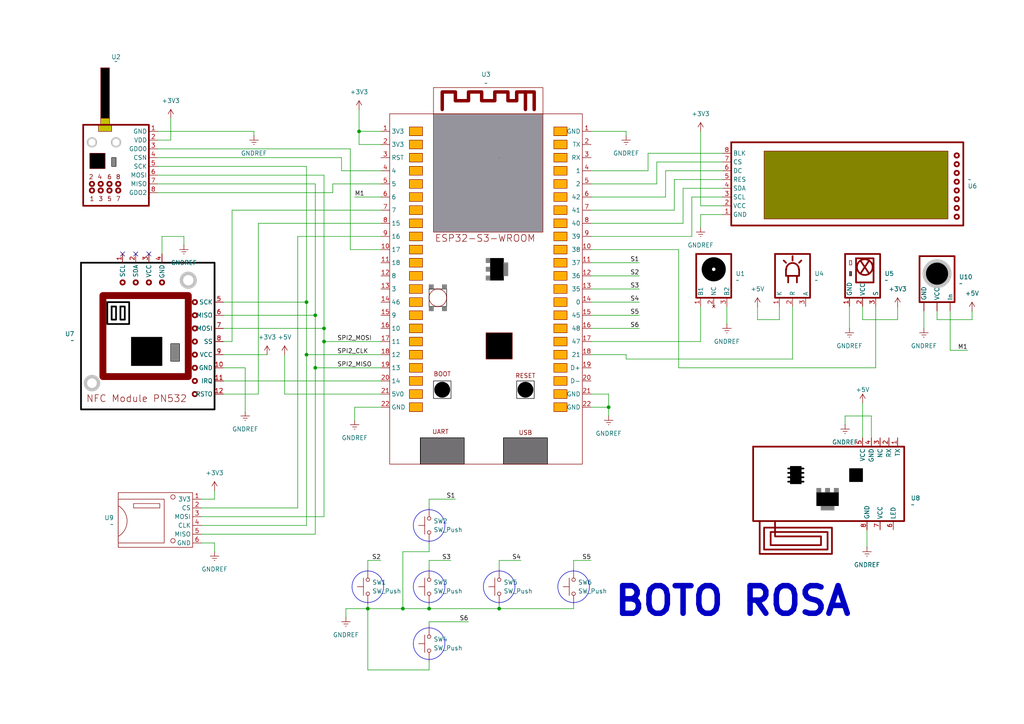
<source format=kicad_sch>
(kicad_sch (version 20231120) (generator "eeschema") (generator_version "8.0")
  (paper "A4")
  (lib_symbols
    (symbol "Switch:SW_Push" (pin_numbers hide) (pin_names (offset 1.016) hide)
      (property "Reference" "SW" (at 1.27 2.54 0))
      (property "Value" "SW_Push" (at 0 -1.524 0))
      (symbol "SW_Push_0_1"
        (circle (center -2.032 0) (radius 0.508))
        (polyline (pts (xy 0 1.27) (xy 0 3.048)))
        (polyline (pts (xy 2.54 1.27) (xy -2.54 1.27)))
        (circle (center 2.032 0) (radius 0.508))
        (pin passive line (at -5.08 0 0) (length 2.54) (name "1") (number "1"))
        (pin passive line (at 5.08 0 180) (length 2.54) (name "2") (number "2"))
      )
    )
    (symbol "boto-rosa_Library:CC1101-module"
      (property "Reference" "U" (at 0 0 0))
      (symbol "CC1101-module_1_0"
        (rectangle (start 1.905 -10.16) (end 6.35 -14.605) (fill (type color) (color 0 0 0 1)))
      )
      (symbol "CC1101-module_1_1"
        (rectangle (start 0 -1.905) (end 19.05 -25.4) (stroke (width 0.5)))
        (circle (center 2.54 -20.955) (radius 0.635) (stroke (width 0.5)))
        (circle (center 2.54 -19.05) (radius 0.635) (stroke (width 0.5)))
        (circle (center 2.54 -6.985) (radius 1.27) (stroke (width 0.5) (color 194 194 194 1)) (fill (type color) (color 255 255 255 1)))
        (rectangle (start 4.445 -1.905) (end 8.255 -3.81) (fill (type color) (color 194 194 0 1)))
        (circle (center 5.08 -20.955) (radius 0.635) (stroke (width 0.5)))
        (circle (center 5.08 -19.05) (radius 0.635) (stroke (width 0.5)))
        (rectangle (start 5.08 0) (end 7.62 -1.905) (fill (type color) (color 194 194 0 1)))
        (rectangle (start 5.08 14.605) (end 7.62 0) (fill (type color) (color 0 0 0 1)))
        (circle (center 7.62 -20.955) (radius 0.635) (stroke (width 0.5)))
        (circle (center 7.62 -19.05) (radius 0.635) (stroke (width 0.5)))
        (rectangle (start 8.255 -11.43) (end 9.525 -13.97) (stroke (width 0) (color 0 0 0 1)) (fill (type color) (color 132 132 132 1)))
        (circle (center 9.525 -6.985) (radius 1.27) (stroke (width 0.5) (color 194 194 194 1)) (fill (type color) (color 255 255 255 1)))
        (circle (center 10.16 -20.955) (radius 0.635) (stroke (width 0.5)))
        (circle (center 10.16 -19.05) (radius 0.635) (stroke (width 0.5)))
        (text "1" (at 2.54 -23.368 0) (effects (font (size 1.27 1.27))))
        (text "2" (at 2.286 -17.018 0) (effects (font (size 1.27 1.27))))
        (text "3" (at 5.08 -23.368 0) (effects (font (size 1.27 1.27))))
        (text "4" (at 4.826 -17.018 0) (effects (font (size 1.27 1.27))))
        (text "5" (at 7.62 -23.368 0) (effects (font (size 1.27 1.27))))
        (text "6" (at 7.62 -17.018 0) (effects (font (size 1.27 1.27))))
        (text "7" (at 10.16 -23.368 0) (effects (font (size 1.27 1.27))))
        (text "8" (at 10.16 -17.018 0) (effects (font (size 1.27 1.27))))
        (pin power_in line (at 21.59 -3.81 180) (length 2.54) (name "GND") (number "1"))
        (pin power_in line (at 21.59 -6.35 180) (length 2.54) (name "VDD") (number "2"))
        (pin output line (at 21.59 -8.89 180) (length 2.54) (name "GDO0") (number "3"))
        (pin input line (at 21.59 -11.43 180) (length 2.54) (name "CSN") (number "4"))
        (pin input line (at 21.59 -13.97 180) (length 2.54) (name "SCK") (number "5"))
        (pin input line (at 21.59 -16.51 180) (length 2.54) (name "MOSI") (number "6"))
        (pin output line (at 21.59 -19.05 180) (length 2.54) (name "MISO") (number "7"))
        (pin output line (at 21.59 -21.59 180) (length 2.54) (name "GDO2") (number "8"))
      )
    )
    (symbol "boto-rosa_Library:ESP32-S3-DevKitC"
      (property "Reference" "U" (at 0.762 1.524 0))
      (symbol "ESP32-S3-DevKitC_0_1"
        (rectangle (start 12.7 -1.27) (end 44.45 -8.89))
        (rectangle (start 31.75 -21.59) (end 31.75 -21.59))
      )
      (symbol "ESP32-S3-DevKitC_1_0"
        (rectangle (start 8.89 -102.87) (end 21.59 -110.49) (stroke (width 0.2) (color 0 0 0 1)) (fill (type color) (color 114 112 115 1)))
        (rectangle (start 11.43 -64.77) (end 12.7 -66.04) (stroke (width 0) (color 128 128 128 1)) (fill (type color) (color 128 128 128 1)))
        (rectangle (start 11.43 -59.69) (end 16.51 -64.77) (stroke (width 0) (color 0 0 0 1)))
        (rectangle (start 11.43 -58.42) (end 12.7 -59.69) (stroke (width 0) (color 128 128 128 1)) (fill (type color) (color 128 128 128 1)))
        (circle (center 13.97 -62.23) (radius 2.54))
        (rectangle (start 15.24 -64.77) (end 16.51 -66.04) (stroke (width 0) (color 128 128 128 1)) (fill (type color) (color 128 128 128 1)))
        (rectangle (start 15.24 -58.42) (end 16.51 -59.69) (stroke (width 0) (color 128 128 128 1)) (fill (type color) (color 128 128 128 1)))
        (rectangle (start 27.94 -72.39) (end 35.56 -80.01) (fill (type color) (color 0 0 0 1)))
        (rectangle (start 27.94 -55.88) (end 29.21 -57.15) (stroke (width 0) (color 128 128 128 1)) (fill (type color) (color 128 128 128 1)))
        (rectangle (start 27.94 -53.34) (end 29.21 -54.61) (stroke (width 0) (color 128 128 128 1)) (fill (type color) (color 128 128 128 1)))
        (rectangle (start 27.94 -50.8) (end 29.21 -52.07) (stroke (width 0) (color 128 128 128 1)) (fill (type color) (color 128 128 128 1)))
        (rectangle (start 29.21 -50.8) (end 33.02 -57.15) (stroke (width 0) (color 0 0 0 1)) (fill (type color) (color 0 0 0 1)))
        (rectangle (start 33.02 -102.87) (end 45.72 -110.49) (stroke (width 0.2) (color 0 0 0 1)) (fill (type color) (color 114 112 115 1)))
        (rectangle (start 33.02 -52.07) (end 34.29 -55.88) (stroke (width 0) (color 128 128 128 1)) (fill (type color) (color 128 128 128 1)))
        (text "BOOT" (at 15.24 -84.328 0) (effects (font (size 1.27 1.27))))
        (text "RESET" (at 39.37 -84.836 0) (effects (font (size 1.27 1.27))))
        (text "UART" (at 14.732 -101.092 0) (effects (font (size 1.27 1.27))))
        (text "USB" (at 39.37 -101.346 0) (effects (font (size 1.27 1.27))))
      )
      (symbol "ESP32-S3-DevKitC_1_1"
        (rectangle (start 0 -8.89) (end 55.88 -110.49))
        (polyline (pts (xy 41.91 -7.62) (xy 41.91 -2.54) (xy 39.37 -2.54) (xy 39.37 -7.62)) (stroke (width 1)))
        (polyline (pts (xy 39.37 -2.54) (xy 36.83 -2.54) (xy 36.83 -5.08) (xy 34.29 -5.08) (xy 34.29 -2.54) (xy 30.48 -2.54) (xy 30.48 -5.08) (xy 26.67 -5.08) (xy 26.67 -2.54) (xy 22.86 -2.54) (xy 22.86 -5.08) (xy 19.05 -5.08) (xy 19.05 -2.54) (xy 15.24 -2.54) (xy 15.24 -7.62)) (stroke (width 1)))
        (rectangle (start 5.715 -92.71) (end 9.525 -95.25) (fill (type color) (color 255 175 5 1)))
        (rectangle (start 5.715 -88.9) (end 9.525 -91.44) (fill (type color) (color 255 175 5 1)))
        (rectangle (start 5.715 -85.09) (end 9.525 -87.63) (fill (type color) (color 255 175 5 1)))
        (rectangle (start 5.715 -81.28) (end 9.525 -83.82) (fill (type color) (color 255 175 5 1)))
        (rectangle (start 5.715 -77.47) (end 9.525 -80.01) (fill (type color) (color 255 175 5 1)))
        (rectangle (start 5.715 -73.66) (end 9.525 -76.2) (fill (type color) (color 255 175 5 1)))
        (rectangle (start 5.715 -69.85) (end 9.525 -72.39) (fill (type color) (color 255 175 5 1)))
        (rectangle (start 5.715 -66.04) (end 9.525 -68.58) (fill (type color) (color 255 175 5 1)))
        (rectangle (start 5.715 -62.23) (end 9.525 -64.77) (fill (type color) (color 255 175 5 1)))
        (rectangle (start 5.715 -58.42) (end 9.525 -60.96) (fill (type color) (color 255 175 5 1)))
        (rectangle (start 5.715 -54.61) (end 9.525 -57.15) (fill (type color) (color 255 175 5 1)))
        (rectangle (start 5.715 -50.8) (end 9.525 -53.34) (fill (type color) (color 255 175 5 1)))
        (rectangle (start 5.715 -46.99) (end 9.525 -49.53) (fill (type color) (color 255 175 5 1)))
        (rectangle (start 5.715 -43.18) (end 9.525 -45.72) (fill (type color) (color 255 175 5 1)))
        (rectangle (start 5.715 -39.37) (end 9.525 -41.91) (fill (type color) (color 255 175 5 1)))
        (rectangle (start 5.715 -35.56) (end 9.525 -38.1) (fill (type color) (color 255 175 5 1)))
        (rectangle (start 5.715 -31.75) (end 9.525 -34.29) (fill (type color) (color 255 175 5 1)))
        (rectangle (start 5.715 -27.94) (end 9.525 -30.48) (fill (type color) (color 255 175 5 1)))
        (rectangle (start 5.715 -24.13) (end 9.525 -26.67) (fill (type color) (color 255 175 5 1)))
        (rectangle (start 5.715 -20.32) (end 9.525 -22.86) (fill (type color) (color 255 175 5 1)))
        (rectangle (start 5.715 -16.51) (end 9.525 -19.05) (fill (type color) (color 255 175 5 1)))
        (rectangle (start 5.715 -12.7) (end 9.525 -15.24) (fill (type color) (color 255 175 5 1)))
        (rectangle (start 12.7 -86.36) (end 17.78 -91.44) (stroke (width 0) (color 0 0 0 1)))
        (rectangle (start 12.7 -8.89) (end 44.45 -43.18) (fill (type color) (color 149 147 156 1)))
        (circle (center 15.24 -88.9) (radius 1.7961) (stroke (width 1) (color 0 0 0 1)) (fill (type color) (color 0 0 0 1)))
        (rectangle (start 36.83 -86.36) (end 41.91 -91.44) (stroke (width 0) (color 0 0 0 1)))
        (circle (center 39.37 -88.9) (radius 1.7961) (stroke (width 1) (color 0 0 0 1)) (fill (type color) (color 0 0 0 1)))
        (rectangle (start 47.625 -92.71) (end 51.435 -95.25) (fill (type color) (color 255 175 5 1)))
        (rectangle (start 47.625 -91.44) (end 51.435 -88.9) (fill (type color) (color 255 175 5 1)))
        (rectangle (start 47.625 -87.63) (end 51.435 -85.09) (fill (type color) (color 255 175 5 1)))
        (rectangle (start 47.625 -83.82) (end 51.435 -81.28) (fill (type color) (color 255 175 5 1)))
        (rectangle (start 47.625 -80.01) (end 51.435 -77.47) (fill (type color) (color 255 175 5 1)))
        (rectangle (start 47.625 -76.2) (end 51.435 -73.66) (fill (type color) (color 255 175 5 1)))
        (rectangle (start 47.625 -72.39) (end 51.435 -69.85) (fill (type color) (color 255 175 5 1)))
        (rectangle (start 47.625 -68.58) (end 51.435 -66.04) (fill (type color) (color 255 175 5 1)))
        (rectangle (start 47.625 -64.77) (end 51.435 -62.23) (fill (type color) (color 255 175 5 1)))
        (rectangle (start 47.625 -60.96) (end 51.435 -58.42) (fill (type color) (color 255 175 5 1)))
        (rectangle (start 47.625 -57.15) (end 51.435 -54.61) (fill (type color) (color 255 175 5 1)))
        (rectangle (start 47.625 -53.34) (end 51.435 -50.8) (fill (type color) (color 255 175 5 1)))
        (rectangle (start 47.625 -49.53) (end 51.435 -46.99) (fill (type color) (color 255 175 5 1)))
        (rectangle (start 47.625 -45.72) (end 51.435 -43.18) (fill (type color) (color 255 175 5 1)))
        (rectangle (start 47.625 -41.91) (end 51.435 -39.37) (fill (type color) (color 255 175 5 1)))
        (rectangle (start 47.625 -38.1) (end 51.435 -35.56) (fill (type color) (color 255 175 5 1)))
        (rectangle (start 47.625 -34.29) (end 51.435 -31.75) (fill (type color) (color 255 175 5 1)))
        (rectangle (start 47.625 -30.48) (end 51.435 -27.94) (fill (type color) (color 255 175 5 1)))
        (rectangle (start 47.625 -26.67) (end 51.435 -24.13) (fill (type color) (color 255 175 5 1)))
        (rectangle (start 47.625 -22.86) (end 51.435 -20.32) (fill (type color) (color 255 175 5 1)))
        (rectangle (start 47.625 -19.05) (end 51.435 -16.51) (fill (type color) (color 255 175 5 1)))
        (rectangle (start 47.625 -12.7) (end 51.435 -15.24) (fill (type color) (color 255 175 5 1)))
        (text "ESP32-S3-WROOM" (at 27.686 -44.958 0) (effects (font (size 2 2))))
        (pin power_out line (at -2.54 -13.97 0) (length 2.54) (name "3V3") (number "1"))
        (pin power_in line (at 58.42 -13.97 180) (length 2.54) (name "GND") (number "1"))
        (pin bidirectional line (at -2.54 -48.26 0) (length 2.54) (name "17") (number "10"))
        (pin bidirectional line (at 58.42 -48.26 180) (length 2.54) (name "38") (number "10"))
        (pin bidirectional line (at -2.54 -52.07 0) (length 2.54) (name "18") (number "11"))
        (pin bidirectional line (at 58.42 -52.07 180) (length 2.54) (name "37") (number "11"))
        (pin bidirectional line (at 58.42 -55.88 180) (length 2.54) (name "36") (number "12"))
        (pin bidirectional line (at -2.54 -55.88 0) (length 2.54) (name "8") (number "12"))
        (pin bidirectional line (at -2.54 -59.69 0) (length 2.54) (name "3") (number "13"))
        (pin bidirectional line (at 58.42 -59.69 180) (length 2.54) (name "35") (number "13"))
        (pin bidirectional line (at 58.42 -63.5 180) (length 2.54) (name "0") (number "14"))
        (pin bidirectional line (at -2.54 -63.5 0) (length 2.54) (name "46") (number "14"))
        (pin bidirectional line (at 58.42 -67.31 180) (length 2.54) (name "45") (number "15"))
        (pin bidirectional line (at -2.54 -67.31 0) (length 2.54) (name "9") (number "15"))
        (pin bidirectional line (at -2.54 -71.12 0) (length 2.54) (name "10") (number "16"))
        (pin bidirectional line (at 58.42 -71.12 180) (length 2.54) (name "48") (number "16"))
        (pin bidirectional line (at -2.54 -74.93 0) (length 2.54) (name "11") (number "17"))
        (pin bidirectional line (at 58.42 -74.93 180) (length 2.54) (name "47") (number "17"))
        (pin bidirectional line (at -2.54 -78.74 0) (length 2.54) (name "12") (number "18"))
        (pin bidirectional line (at 58.42 -78.74 180) (length 2.54) (name "21") (number "18"))
        (pin bidirectional line (at -2.54 -82.55 0) (length 2.54) (name "13") (number "19"))
        (pin bidirectional line (at 58.42 -82.55 180) (length 2.54) (name "D+") (number "19"))
        (pin power_out line (at -2.54 -17.78 0) (length 2.54) (name "3V3") (number "2"))
        (pin bidirectional line (at 58.42 -17.78 180) (length 2.54) (name "TX") (number "2"))
        (pin bidirectional line (at -2.54 -86.36 0) (length 2.54) (name "14") (number "20"))
        (pin bidirectional line (at 58.42 -86.36 180) (length 2.54) (name "D-") (number "20"))
        (pin power_out line (at -2.54 -90.17 0) (length 2.54) (name "5V0") (number "21"))
        (pin power_in line (at 58.42 -90.17 180) (length 2.54) (name "GND") (number "21"))
        (pin power_in line (at -2.54 -93.98 0) (length 2.54) (name "GND") (number "22"))
        (pin power_out line (at 58.42 -93.98 180) (length 2.54) (name "GND") (number "22"))
        (pin input line (at -2.54 -21.59 0) (length 2.54) (name "RST") (number "3"))
        (pin bidirectional line (at 58.42 -21.59 180) (length 2.54) (name "RX") (number "3"))
        (pin bidirectional line (at 58.42 -25.4 180) (length 2.54) (name "1") (number "4"))
        (pin bidirectional line (at -2.54 -25.4 0) (length 2.54) (name "4") (number "4"))
        (pin bidirectional line (at 58.42 -29.21 180) (length 2.54) (name "2") (number "5"))
        (pin bidirectional line (at -2.54 -29.21 0) (length 2.54) (name "5") (number "5"))
        (pin bidirectional line (at 58.42 -33.02 180) (length 2.54) (name "42") (number "6"))
        (pin bidirectional line (at -2.54 -33.02 0) (length 2.54) (name "6") (number "6"))
        (pin bidirectional line (at 58.42 -36.83 180) (length 2.54) (name "41") (number "7"))
        (pin bidirectional line (at -2.54 -36.83 0) (length 2.54) (name "7") (number "7"))
        (pin bidirectional line (at -2.54 -40.64 0) (length 2.54) (name "15") (number "8"))
        (pin bidirectional line (at 58.42 -40.64 180) (length 2.54) (name "40") (number "8"))
        (pin bidirectional line (at -2.54 -44.45 0) (length 2.54) (name "16") (number "9"))
        (pin bidirectional line (at 58.42 -44.45 180) (length 2.54) (name "39") (number "9"))
      )
    )
    (symbol "boto-rosa_Library:IR-LED-Module"
      (property "Reference" "U" (at 0 0 0))
      (symbol "IR-LED-Module_1_1"
        (rectangle (start 0 -1.27) (end 10.16 -13.97) (stroke (width 0.5)))
        (polyline (pts (xy 3.175 -3.81) (xy 2.54 -3.175)) (stroke (width 0.5)))
        (polyline (pts (xy 3.81 -7.62) (xy 3.81 -9.525)) (stroke (width 0.5)))
        (polyline (pts (xy 5.08 -3.175) (xy 5.08 -1.905)) (stroke (width 0.5)))
        (polyline (pts (xy 6.35 -7.62) (xy 6.35 -9.525)) (stroke (width 0.5)))
        (polyline (pts (xy 6.985 -3.81) (xy 7.62 -3.175)) (stroke (width 0.5)))
        (polyline (pts (xy 3.175 -5.715) (xy 3.175 -7.62) (xy 6.985 -7.62) (xy 6.985 -5.715)) (stroke (width 0.5)))
        (arc (start 6.9056 -5.7341) (mid 5.08 -3.8893) (end 3.2544 -5.7341) (stroke (width 0.5)))
        (pin input line (at 1.27 -16.51 90) (length 2.54) (name "K") (number "1"))
        (pin input line (at 5.08 -16.51 90) (length 2.54) (name "R") (number "2"))
        (pin input line (at 8.89 -16.51 90) (length 2.54) (name "A") (number "3"))
      )
    )
    (symbol "boto-rosa_Library:IR-RX-Module"
      (property "Reference" "U" (at 0 0 0))
      (symbol "IR-RX-Module_0_1"
        (rectangle (start 1.27 -3.175) (end 1.905 -4.445))
      )
      (symbol "IR-RX-Module_1_1"
        (rectangle (start 0 -1.27) (end 10.16 -13.97) (stroke (width 0.5)))
        (polyline (pts (xy 4.445 -6.985) (xy 6.985 -3.175)) (stroke (width 0.5)))
        (polyline (pts (xy 4.445 -3.175) (xy 6.985 -6.985)) (stroke (width 0.5)))
        (rectangle (start 1.27 -6.35) (end 1.905 -7.62) (fill (type color) (color 72 72 72 1)))
        (rectangle (start 3.175 -2.54) (end 8.255 -9.525) (stroke (width 0.5)))
        (circle (center 5.715 -5.08) (radius 2.2895) (stroke (width 0.5)))
        (pin power_in line (at 1.27 -16.51 90) (length 2.54) (name "GND") (number "1"))
        (pin power_in line (at 5.08 -16.51 90) (length 2.54) (name "VCC") (number "2"))
        (pin output line (at 8.89 -16.51 90) (length 2.54) (name "S") (number "3"))
      )
    )
    (symbol "boto-rosa_Library:LCD-TFT-ST7789-1.9-inch"
      (property "Reference" "U" (at 0 0 0))
      (symbol "LCD-TFT-ST7789-1.9-inch_1_1"
        (rectangle (start 0 -3.175) (end 67.31 -27.305) (stroke (width 0.5)))
        (rectangle (start 9.525 -5.08) (end 62.865 -24.765) (fill (type color) (color 132 132 0 1)))
        (circle (center 65.405 -23.495) (radius 0.635) (stroke (width 0.5)))
        (circle (center 65.405 -20.955) (radius 0.635) (stroke (width 0.5)))
        (circle (center 65.405 -18.415) (radius 0.635) (stroke (width 0.5)))
        (circle (center 65.405 -15.875) (radius 0.635) (stroke (width 0.5)))
        (circle (center 65.405 -13.335) (radius 0.635) (stroke (width 0.5)))
        (circle (center 65.405 -10.795) (radius 0.635) (stroke (width 0.5)))
        (circle (center 65.405 -8.255) (radius 0.635) (stroke (width 0.5)))
        (circle (center 65.405 -5.715) (radius 0.635) (stroke (width 0.5)))
        (pin power_in line (at -2.54 -6.35 0) (length 2.54) (name "GND") (number "1"))
        (pin power_in line (at -2.54 -8.89 0) (length 2.54) (name "VCC") (number "2"))
        (pin input line (at -2.54 -11.43 0) (length 2.54) (name "SCL") (number "3"))
        (pin input line (at -2.54 -13.97 0) (length 2.54) (name "SDA") (number "4"))
        (pin input line (at -2.54 -16.51 0) (length 2.54) (name "RES") (number "5"))
        (pin input line (at -2.54 -19.05 0) (length 2.54) (name "DC") (number "6"))
        (pin input line (at -2.54 -21.59 0) (length 2.54) (name "CS") (number "7"))
        (pin input line (at -2.54 -24.13 0) (length 2.54) (name "BLK") (number "8"))
      )
    )
    (symbol "boto-rosa_Library:PN532"
      (property "Reference" "U" (at 0.508 0.508 0))
      (symbol "PN532_1_1"
        (polyline (pts (xy 12.065 -17.145) (xy 12.065 -40.64) (xy 36.83 -40.64) (xy 36.83 -17.145) (xy 12.065 -17.145)) (stroke (width 2) (color 132 0 0 1)))
        (rectangle (start 5.715 -7.62) (end 44.45 -50.165) (stroke (width 0.5) (color 0 0 0 1)))
        (circle (center 8.89 -42.545) (radius 1.905) (stroke (width 1) (color 194 194 194 1)) (fill (type color) (color 255 255 255 1)))
        (rectangle (start 13.335 -19.05) (end 19.685 -25.4) (stroke (width 0.5) (color 0 0 0 1)))
        (rectangle (start 14.605 -20.32) (end 15.875 -24.13) (stroke (width 0.5) (color 0 0 0 1)))
        (rectangle (start 17.145 -20.32) (end 18.415 -24.13) (stroke (width 0.5) (color 0 0 0 1)))
        (circle (center 17.78 -13.335) (radius 0.635) (stroke (width 0.5)))
        (rectangle (start 20.32 -29.21) (end 29.21 -37.465) (stroke (width 0) (color 0 0 0 1)) (fill (type color) (color 0 0 0 1)))
        (circle (center 21.59 -13.335) (radius 0.635) (stroke (width 0.5)))
        (circle (center 25.4 -13.335) (radius 0.635) (stroke (width 0.5)))
        (circle (center 29.21 -13.335) (radius 0.635) (stroke (width 0.5)))
        (rectangle (start 31.75 -31.115) (end 34.29 -36.195) (stroke (width 0) (color 0 0 0 1)) (fill (type color) (color 132 132 132 1)))
        (circle (center 36.83 -12.7) (radius 2.008) (stroke (width 1) (color 194 194 194 1)) (fill (type color) (color 255 255 255 1)))
        (circle (center 38.735 -45.72) (radius 0.635) (stroke (width 0.5)))
        (circle (center 38.735 -41.91) (radius 0.635) (stroke (width 0.5)))
        (circle (center 38.735 -38.1) (radius 0.635) (stroke (width 0.5)))
        (circle (center 38.735 -34.29) (radius 0.635) (stroke (width 0.5)))
        (circle (center 38.735 -30.48) (radius 0.635) (stroke (width 0.5)))
        (circle (center 38.735 -26.67) (radius 0.635) (stroke (width 0.5)))
        (circle (center 38.735 -22.86) (radius 0.635) (stroke (width 0.5)))
        (circle (center 38.735 -19.05) (radius 0.635) (stroke (width 0.5)))
        (text "NFC Module PN532" (at 21.844 -46.99 0) (effects (font (size 2 2))))
        (pin input line (at 17.78 -5.08 270) (length 2.54) (name "SCL") (number "1"))
        (pin power_in line (at 46.99 -38.1 180) (length 2.54) (name "GND") (number "10"))
        (pin output line (at 46.99 -41.91 180) (length 2.54) (name "IRQ") (number "11"))
        (pin input line (at 46.99 -45.72 180) (length 2.54) (name "RSTO") (number "12"))
        (pin input line (at 21.59 -5.08 270) (length 2.54) (name "SDA") (number "2"))
        (pin power_in line (at 25.4 -5.08 270) (length 2.54) (name "VCC") (number "3"))
        (pin power_in line (at 29.21 -5.08 270) (length 2.54) (name "GND") (number "4"))
        (pin input line (at 46.99 -19.05 180) (length 2.54) (name "SCK") (number "5"))
        (pin output line (at 46.99 -22.86 180) (length 2.54) (name "MISO") (number "6"))
        (pin input line (at 46.99 -26.67 180) (length 2.54) (name "MOSI") (number "7"))
        (pin input line (at 46.99 -30.48 180) (length 2.54) (name "SS") (number "8"))
        (pin power_in line (at 46.99 -34.29 180) (length 2.54) (name "VCC") (number "9"))
      )
    )
    (symbol "boto-rosa_Library:RDM6300-module"
      (property "Reference" "U" (at 0 0 0))
      (symbol "RDM6300-module_1_0"
        (rectangle (start 27.305 -15.875) (end 26.035 -17.145) (stroke (width 0) (color 128 128 128 1)) (fill (type color) (color 128 128 128 1)))
        (rectangle (start 29.845 -15.875) (end 28.575 -17.145) (stroke (width 0) (color 128 128 128 1)) (fill (type color) (color 128 128 128 1)))
        (rectangle (start 31.115 -20.955) (end 27.305 -22.225) (stroke (width 0) (color 128 128 128 1)) (fill (type color) (color 128 128 128 1)))
        (rectangle (start 32.385 -17.145) (end 26.035 -20.955) (stroke (width 0) (color 0 0 0 1)) (fill (type color) (color 0 0 0 1)))
        (rectangle (start 32.385 -15.875) (end 31.115 -17.145) (stroke (width 0) (color 128 128 128 1)) (fill (type color) (color 128 128 128 1)))
      )
      (symbol "RDM6300-module_1_1"
        (polyline (pts (xy 17.78 -13.97) (xy 18.415 -13.97)) (stroke (width 0.5) (color 0 0 0 1)))
        (polyline (pts (xy 17.78 -12.7) (xy 18.415 -12.7)) (stroke (width 0.5) (color 0 0 0 1)))
        (polyline (pts (xy 17.78 -11.43) (xy 18.415 -11.43)) (stroke (width 0.5) (color 0 0 0 1)))
        (polyline (pts (xy 17.78 -10.16) (xy 18.415 -10.16)) (stroke (width 0.5) (color 0 0 0 1)))
        (polyline (pts (xy 21.59 -13.97) (xy 22.225 -13.97)) (stroke (width 0.5) (color 0 0 0 1)))
        (polyline (pts (xy 21.59 -12.7) (xy 22.225 -12.7)) (stroke (width 0.5) (color 0 0 0 1)))
        (polyline (pts (xy 21.59 -11.43) (xy 22.225 -11.43)) (stroke (width 0.5) (color 0 0 0 1)))
        (polyline (pts (xy 21.59 -10.16) (xy 22.225 -10.16)) (stroke (width 0.5) (color 0 0 0 1)))
        (polyline (pts (xy 9.525 -25.4) (xy 9.525 -34.925) (xy 30.48 -34.925) (xy 30.48 -27.305) (xy 10.795 -27.305) (xy 10.795 -33.655) (xy 29.21 -33.655) (xy 29.21 -28.575) (xy 12.7 -28.575) (xy 12.7 -32.385) (xy 27.305 -32.385) (xy 27.305 -29.845) (xy 13.97 -29.845) (xy 13.97 -25.4)) (stroke (width 0.5)))
        (rectangle (start 7.62 -3.81) (end 51.435 -25.4) (stroke (width 0.5)))
        (rectangle (start 18.415 -9.525) (end 21.59 -14.605) (stroke (width 0) (color 0 0 0 1)) (fill (type color) (color 0 0 0 1)))
        (rectangle (start 35.56 -10.16) (end 39.37 -13.97) (stroke (width 0) (color 0 0 0 1)) (fill (type color) (color 0 0 0 1)))
        (pin power_in line (at 49.53 -1.27 270) (length 2.54) (name "TX") (number "1"))
        (pin power_in line (at 46.99 -1.27 270) (length 2.54) (name "RX") (number "2"))
        (pin power_in line (at 44.45 -1.27 270) (length 2.54) (name "NC") (number "3"))
        (pin power_in line (at 41.91 -1.27 270) (length 2.54) (name "GND") (number "4"))
        (pin power_in line (at 39.37 -1.27 270) (length 2.54) (name "VCC") (number "5"))
        (pin power_in line (at 48.26 -27.94 90) (length 2.54) (name "LED") (number "6"))
        (pin power_in line (at 44.45 -27.94 90) (length 2.54) (name "VCC") (number "7"))
        (pin power_in line (at 40.64 -27.94 90) (length 2.54) (name "GND") (number "8"))
      )
    )
    (symbol "boto-rosa_Library:Vibra-motor"
      (property "Reference" "U" (at 0 0 0))
      (symbol "Vibra-motor_1_1"
        (rectangle (start 0 -1.905) (end 10.16 -15.24) (stroke (width 0.5)))
        (circle (center 5.08 -6.985) (radius 3.7027) (stroke (width 1) (color 194 194 194 1)) (fill (type color) (color 0 0 0 1)))
        (pin input line (at 1.27 -17.78 90) (length 2.54) (name "GND") (number ""))
        (pin input line (at 8.89 -17.78 90) (length 2.54) (name "In") (number ""))
        (pin input line (at 5.08 -17.78 90) (length 2.54) (name "VCC") (number ""))
      )
    )
    (symbol "boto-rosa_Library:buzzer-module"
      (property "Reference" "U" (at 0 0 0))
      (symbol "buzzer-module_1_1"
        (rectangle (start 0 -1.27) (end 10.16 -13.97) (stroke (width 0.5)))
        (circle (center 5.08 -5.715) (radius 2.008) (stroke (width 3) (color 0 0 0 1)))
        (pin input line (at 1.27 -16.51 90) (length 2.54) (name "B1") (number "1"))
        (pin no_connect line (at 5.08 -16.51 90) (length 2.54) (name "NC") (number "2"))
        (pin input line (at 8.89 -16.51 90) (length 2.54) (name "B2") (number "3"))
      )
    )
    (symbol "boto-rosa_Library:uSD-Module"
      (property "Reference" "U" (at 0 0 0))
      (symbol "uSD-Module_0_1"
        (rectangle (start 0 -1.905) (end 21.59 -17.78))
        (circle (center 5.715 -15.875) (radius 0.635))
        (circle (center 5.715 -3.175) (radius 0.635))
        (rectangle (start 8.255 -3.81) (end 21.59 -16.51))
        (rectangle (start 9.525 -5.08) (end 17.145 -6.35))
        (arc (start 21.59 -5.715) (mid 19.0204 -10.16) (end 21.59 -14.605))
      )
      (symbol "uSD-Module_1_1"
        (pin power_in line (at -2.54 -3.81 0) (length 2.54) (name "3V3") (number "1"))
        (pin input line (at -2.54 -6.35 0) (length 2.54) (name "CS") (number "2"))
        (pin input line (at -2.54 -8.89 0) (length 2.54) (name "MOSI") (number "3"))
        (pin input line (at -2.54 -11.43 0) (length 2.54) (name "CLK") (number "4"))
        (pin output line (at -2.54 -13.97 0) (length 2.54) (name "MISO") (number "5"))
        (pin power_in line (at -2.54 -16.51 0) (length 2.54) (name "GND") (number "6"))
      )
    )
    (symbol "power:+3V3" (power) (pin_numbers hide) (pin_names (offset 0) hide)
      (property "Value" "+3V3" (at 0 3.556 0))
      (symbol "+3V3_0_1"
        (polyline (pts (xy -0.762 1.27) (xy 0 2.54)))
        (polyline (pts (xy 0 0) (xy 0 2.54)))
        (polyline (pts (xy 0 2.54) (xy 0.762 1.27)))
      )
      (symbol "+3V3_1_1"
        (pin power_in line (at 0 0 90) (length 0) (name "~") (number "1"))
      )
    )
    (symbol "power:+5V" (power) (pin_numbers hide) (pin_names (offset 0) hide)
      (property "Value" "+5V" (at 0 3.556 0))
      (symbol "+5V_0_1"
        (polyline (pts (xy -0.762 1.27) (xy 0 2.54)))
        (polyline (pts (xy 0 0) (xy 0 2.54)))
        (polyline (pts (xy 0 2.54) (xy 0.762 1.27)))
      )
      (symbol "+5V_1_1"
        (pin power_in line (at 0 0 90) (length 0) (name "~") (number "1"))
      )
    )
    (symbol "power:GNDREF" (power) (pin_numbers hide) (pin_names (offset 0) hide)
      (property "Value" "GNDREF" (at 0 -3.81 0))
      (symbol "GNDREF_0_1"
        (polyline (pts (xy -0.635 -1.905) (xy 0.635 -1.905)))
        (polyline (pts (xy -0.127 -2.54) (xy 0.127 -2.54)))
        (polyline (pts (xy 0 -1.27) (xy 0 0)))
        (polyline (pts (xy 1.27 -1.27) (xy -1.27 -1.27)))
      )
      (symbol "GNDREF_1_1"
        (pin power_in line (at 0 0 270) (length 0) (name "~") (number "1"))
      )
    )
  )
  (junction (at 124.46 176.53))
  (junction (at 88.9 87.63))
  (junction (at 93.98 99.06))
  (junction (at 91.44 91.44))
  (junction (at 104.14 38.1))
  (junction (at 144.78 176.53))
  (junction (at 93.98 95.25))
  (junction (at 106.68 176.53))
  (junction (at 88.9 102.87))
  (junction (at 176.53 118.11))
  (junction (at 116.84 176.53))
  (junction (at 91.44 106.68))
  (no_connect (at 35.56 73.66))
  (no_connect (at 43.18 73.66))
  (no_connect (at 39.37 73.66))
  (wire (pts (xy 64.77 102.87) (xy 77.47 102.87)))
  (wire (pts (xy 64.77 114.3) (xy 74.93 114.3)))
  (wire (pts (xy 93.98 149.86) (xy 93.98 99.06)))
  (wire (pts (xy 181.61 38.1) (xy 171.45 38.1)))
  (wire (pts (xy 124.46 160.02) (xy 116.84 160.02)))
  (wire (pts (xy 88.9 152.4) (xy 88.9 102.87)))
  (wire (pts (xy 176.53 114.3) (xy 176.53 118.11)))
  (wire (pts (xy 74.93 114.3) (xy 74.93 64.77)))
  (wire (pts (xy 46.99 68.58) (xy 46.99 73.66)))
  (wire (pts (xy 100.33 176.53) (xy 106.68 176.53)))
  (wire (pts (xy 106.68 175.26) (xy 106.68 176.53)))
  (wire (pts (xy 196.85 72.39) (xy 196.85 106.68)))
  (wire (pts (xy 64.77 95.25) (xy 93.98 95.25)))
  (wire (pts (xy 250.19 92.71) (xy 250.19 88.9)))
  (wire (pts (xy 58.42 147.32) (xy 86.36 147.32)))
  (wire (pts (xy 110.49 162.56) (xy 106.68 162.56)))
  (wire (pts (xy 96.52 55.88) (xy 96.52 53.34)))
  (wire (pts (xy 124.46 180.34) (xy 135.89 180.34)))
  (wire (pts (xy 171.45 99.06) (xy 203.2 99.06)))
  (wire (pts (xy 93.98 99.06) (xy 110.49 99.06)))
  (wire (pts (xy 171.45 162.56) (xy 166.37 162.56)))
  (wire (pts (xy 171.45 87.63) (xy 185.42 87.63)))
  (wire (pts (xy 226.06 88.9) (xy 226.06 92.71)))
  (wire (pts (xy 45.72 55.88) (xy 96.52 55.88)))
  (wire (pts (xy 219.71 88.9) (xy 219.71 92.71)))
  (wire (pts (xy 86.36 147.32) (xy 86.36 68.58)))
  (wire (pts (xy 176.53 120.65) (xy 176.53 118.11)))
  (wire (pts (xy 104.14 41.91) (xy 110.49 41.91)))
  (wire (pts (xy 124.46 175.26) (xy 124.46 176.53)))
  (wire (pts (xy 203.2 62.23) (xy 203.2 66.04)))
  (wire (pts (xy 251.46 153.67) (xy 251.46 158.75)))
  (wire (pts (xy 93.98 50.8) (xy 93.98 95.25)))
  (wire (pts (xy 171.45 72.39) (xy 196.85 72.39)))
  (wire (pts (xy 106.68 194.31) (xy 106.68 176.53)))
  (wire (pts (xy 53.34 71.12) (xy 53.34 68.58)))
  (wire (pts (xy 250.19 116.84) (xy 250.19 127)))
  (wire (pts (xy 193.04 49.53) (xy 193.04 57.15)))
  (wire (pts (xy 181.61 102.87) (xy 171.45 102.87)))
  (wire (pts (xy 88.9 87.63) (xy 88.9 102.87)))
  (wire (pts (xy 171.45 76.2) (xy 185.42 76.2)))
  (wire (pts (xy 45.72 50.8) (xy 93.98 50.8)))
  (wire (pts (xy 88.9 102.87) (xy 110.49 102.87)))
  (wire (pts (xy 200.66 57.15) (xy 209.55 57.15)))
  (wire (pts (xy 124.46 176.53) (xy 144.78 176.53)))
  (wire (pts (xy 166.37 176.53) (xy 166.37 175.26)))
  (wire (pts (xy 271.78 92.71) (xy 271.78 90.17)))
  (wire (pts (xy 58.42 154.94) (xy 91.44 154.94)))
  (wire (pts (xy 171.45 80.01) (xy 185.42 80.01)))
  (wire (pts (xy 71.12 106.68) (xy 64.77 106.68)))
  (wire (pts (xy 82.55 114.3) (xy 110.49 114.3)))
  (wire (pts (xy 62.23 160.02) (xy 62.23 157.48)))
  (wire (pts (xy 181.61 39.37) (xy 181.61 38.1)))
  (wire (pts (xy 144.78 175.26) (xy 144.78 176.53)))
  (wire (pts (xy 124.46 191.77) (xy 124.46 194.31)))
  (wire (pts (xy 124.46 194.31) (xy 106.68 194.31)))
  (wire (pts (xy 106.68 176.53) (xy 116.84 176.53)))
  (wire (pts (xy 245.11 120.65) (xy 252.73 120.65)))
  (wire (pts (xy 151.13 162.56) (xy 144.78 162.56)))
  (wire (pts (xy 45.72 38.1) (xy 73.66 38.1)))
  (wire (pts (xy 246.38 88.9) (xy 246.38 95.25)))
  (wire (pts (xy 53.34 68.58) (xy 46.99 68.58)))
  (wire (pts (xy 74.93 64.77) (xy 110.49 64.77)))
  (wire (pts (xy 91.44 91.44) (xy 91.44 106.68)))
  (wire (pts (xy 267.97 90.17) (xy 267.97 95.25)))
  (wire (pts (xy 124.46 157.48) (xy 124.46 160.02)))
  (wire (pts (xy 124.46 144.78) (xy 124.46 147.32)))
  (wire (pts (xy 171.45 114.3) (xy 176.53 114.3)))
  (wire (pts (xy 45.72 45.72) (xy 99.06 45.72)))
  (wire (pts (xy 200.66 57.15) (xy 200.66 68.58)))
  (wire (pts (xy 45.72 43.18) (xy 101.6 43.18)))
  (wire (pts (xy 71.12 119.38) (xy 71.12 106.68)))
  (wire (pts (xy 203.2 38.1) (xy 203.2 59.69)))
  (wire (pts (xy 210.82 88.9) (xy 210.82 93.98)))
  (wire (pts (xy 45.72 48.26) (xy 88.9 48.26)))
  (wire (pts (xy 67.31 60.96) (xy 110.49 60.96)))
  (wire (pts (xy 130.81 162.56) (xy 124.46 162.56)))
  (wire (pts (xy 281.94 90.17) (xy 281.94 92.71)))
  (wire (pts (xy 187.96 44.45) (xy 187.96 49.53)))
  (wire (pts (xy 181.61 104.14) (xy 181.61 102.87)))
  (wire (pts (xy 195.58 52.07) (xy 195.58 60.96)))
  (wire (pts (xy 181.61 104.14) (xy 229.87 104.14)))
  (wire (pts (xy 49.53 40.64) (xy 45.72 40.64)))
  (wire (pts (xy 62.23 144.78) (xy 58.42 144.78)))
  (wire (pts (xy 102.87 121.92) (xy 102.87 118.11)))
  (wire (pts (xy 96.52 53.34) (xy 110.49 53.34)))
  (wire (pts (xy 62.23 157.48) (xy 58.42 157.48)))
  (wire (pts (xy 203.2 88.9) (xy 203.2 99.06)))
  (wire (pts (xy 64.77 99.06) (xy 67.31 99.06)))
  (wire (pts (xy 101.6 43.18) (xy 101.6 72.39)))
  (wire (pts (xy 132.08 144.78) (xy 124.46 144.78)))
  (wire (pts (xy 198.12 64.77) (xy 171.45 64.77)))
  (wire (pts (xy 281.94 92.71) (xy 271.78 92.71)))
  (wire (pts (xy 93.98 95.25) (xy 93.98 99.06)))
  (wire (pts (xy 229.87 88.9) (xy 229.87 104.14)))
  (wire (pts (xy 67.31 99.06) (xy 67.31 60.96)))
  (wire (pts (xy 171.45 95.25) (xy 185.42 95.25)))
  (wire (pts (xy 171.45 53.34) (xy 190.5 53.34)))
  (wire (pts (xy 171.45 83.82) (xy 185.42 83.82)))
  (wire (pts (xy 144.78 176.53) (xy 166.37 176.53)))
  (wire (pts (xy 100.33 179.07) (xy 100.33 176.53)))
  (wire (pts (xy 171.45 91.44) (xy 185.42 91.44)))
  (wire (pts (xy 101.6 72.39) (xy 110.49 72.39)))
  (wire (pts (xy 88.9 48.26) (xy 88.9 87.63)))
  (wire (pts (xy 86.36 68.58) (xy 110.49 68.58)))
  (wire (pts (xy 254 88.9) (xy 254 106.68)))
  (wire (pts (xy 260.35 92.71) (xy 250.19 92.71)))
  (wire (pts (xy 198.12 54.61) (xy 198.12 64.77)))
  (wire (pts (xy 245.11 123.19) (xy 245.11 120.65)))
  (wire (pts (xy 104.14 31.75) (xy 104.14 38.1)))
  (wire (pts (xy 171.45 57.15) (xy 193.04 57.15)))
  (wire (pts (xy 62.23 142.24) (xy 62.23 144.78)))
  (wire (pts (xy 91.44 53.34) (xy 91.44 91.44)))
  (wire (pts (xy 73.66 39.37) (xy 73.66 38.1)))
  (wire (pts (xy 171.45 60.96) (xy 195.58 60.96)))
  (wire (pts (xy 99.06 49.53) (xy 110.49 49.53)))
  (wire (pts (xy 171.45 49.53) (xy 187.96 49.53)))
  (wire (pts (xy 275.59 90.17) (xy 275.59 101.6)))
  (wire (pts (xy 104.14 38.1) (xy 110.49 38.1)))
  (wire (pts (xy 166.37 162.56) (xy 166.37 165.1)))
  (wire (pts (xy 190.5 46.99) (xy 190.5 53.34)))
  (wire (pts (xy 200.66 68.58) (xy 171.45 68.58)))
  (wire (pts (xy 187.96 44.45) (xy 209.55 44.45)))
  (wire (pts (xy 102.87 118.11) (xy 110.49 118.11)))
  (wire (pts (xy 58.42 149.86) (xy 93.98 149.86)))
  (wire (pts (xy 190.5 46.99) (xy 209.55 46.99)))
  (wire (pts (xy 275.59 101.6) (xy 280.67 101.6)))
  (wire (pts (xy 124.46 162.56) (xy 124.46 165.1)))
  (wire (pts (xy 116.84 160.02) (xy 116.84 176.53)))
  (wire (pts (xy 209.55 62.23) (xy 203.2 62.23)))
  (wire (pts (xy 196.85 106.68) (xy 254 106.68)))
  (wire (pts (xy 198.12 54.61) (xy 209.55 54.61)))
  (wire (pts (xy 45.72 53.34) (xy 91.44 53.34)))
  (wire (pts (xy 252.73 120.65) (xy 252.73 127)))
  (wire (pts (xy 91.44 154.94) (xy 91.44 106.68)))
  (wire (pts (xy 106.68 162.56) (xy 106.68 165.1)))
  (wire (pts (xy 116.84 176.53) (xy 124.46 176.53)))
  (wire (pts (xy 64.77 87.63) (xy 88.9 87.63)))
  (wire (pts (xy 64.77 110.49) (xy 110.49 110.49)))
  (wire (pts (xy 124.46 180.34) (xy 124.46 181.61)))
  (wire (pts (xy 176.53 118.11) (xy 171.45 118.11)))
  (wire (pts (xy 102.87 57.15) (xy 110.49 57.15)))
  (wire (pts (xy 203.2 59.69) (xy 209.55 59.69)))
  (wire (pts (xy 144.78 162.56) (xy 144.78 165.1)))
  (wire (pts (xy 58.42 152.4) (xy 88.9 152.4)))
  (wire (pts (xy 260.35 88.9) (xy 260.35 92.71)))
  (wire (pts (xy 99.06 45.72) (xy 99.06 49.53)))
  (wire (pts (xy 64.77 91.44) (xy 91.44 91.44)))
  (wire (pts (xy 91.44 106.68) (xy 110.49 106.68)))
  (wire (pts (xy 49.53 34.29) (xy 49.53 40.64)))
  (wire (pts (xy 193.04 49.53) (xy 209.55 49.53)))
  (wire (pts (xy 219.71 92.71) (xy 226.06 92.71)))
  (wire (pts (xy 82.55 114.3) (xy 82.55 102.87)))
  (wire (pts (xy 195.58 52.07) (xy 209.55 52.07)))
  (wire (pts (xy 104.14 38.1) (xy 104.14 41.91)))
  (circle (center 124.46 186.69) (radius 4.5791))
  (circle (center 124.46 152.4) (radius 4.5791))
  (circle (center 124.46 170.18) (radius 4.5791))
  (circle (center 144.78 170.18) (radius 4.5791))
  (circle (center 106.68 170.18) (radius 4.5791))
  (circle (center 166.37 170.18) (radius 4.5791))
  (text "BOTO ROSA" (at 212.598 174.498 0) (effects (font (size 8 8) (thickness 1.6) (bold yes))))
  (label "M1" (at 280.67 101.6 180))
  (label "S2" (at 185.42 80.01 180))
  (label "S5" (at 185.42 91.44 180))
  (label "M1" (at 102.87 57.15 0))
  (label "S1" (at 132.08 144.78 180))
  (label "S2" (at 110.49 162.56 180))
  (label "S1" (at 185.42 76.2 180))
  (label "S3" (at 185.42 83.82 180))
  (label "S4" (at 185.42 87.63 180))
  (label "S4" (at 151.13 162.56 180))
  (label "S6" (at 135.89 180.34 180))
  (label "SPI2_MOSI" (at 97.79 99.06 0))
  (label "S6" (at 185.42 95.25 180))
  (label "SPI2_CLK" (at 97.79 102.87 0))
  (label "SPI2_MISO" (at 97.79 106.68 0))
  (label "S3" (at 130.81 162.56 180))
  (label "S5" (at 171.45 162.56 180))
  (symbol (lib_id "power:+3V3") (at 260.35 88.9 0) (unit 1)
    (property "Reference" "#PWR019" (effects (hide yes)))
    (property "Value" "+3V3" (at 260.35 83.82 0))
    (property "Description" "Power symbol creates a global label with name \"+3V3\"" (effects (hide yes)))
  )
  (symbol (lib_id "power:GNDREF") (at 181.61 39.37 0) (unit 1)
    (property "Reference" "#PWR04" (effects (hide yes)))
    (property "Value" "GNDREF" (at 181.61 44.45 0))
    (property "Description" "Power symbol creates a global label with name \"GNDREF\" , reference supply ground" (effects (hide yes)))
  )
  (symbol (lib_id "power:GNDREF") (at 203.2 66.04 0) (unit 1)
    (property "Reference" "#PWR011" (effects (hide yes)))
    (property "Value" "GNDREF" (at 203.2 71.12 0))
    (property "Description" "Power symbol creates a global label with name \"GNDREF\" , reference supply ground" (effects (hide yes)))
  )
  (symbol (lib_id "power:GNDREF") (at 251.46 158.75 0) (unit 1)
    (property "Reference" "#PWR08" (effects (hide yes)))
    (property "Value" "GNDREF" (at 251.46 163.83 0))
    (property "Description" "Power symbol creates a global label with name \"GNDREF\" , reference supply ground" (effects (hide yes)))
  )
  (symbol (lib_id "power:GNDREF") (at 210.82 93.98 0) (unit 1)
    (property "Reference" "#PWR022" (effects (hide yes)))
    (property "Value" "GNDREF" (at 210.82 99.06 0))
    (property "Description" "Power symbol creates a global label with name \"GNDREF\" , reference supply ground" (effects (hide yes)))
  )
  (symbol (lib_id "boto-rosa_Library:ESP32-S3-DevKitC") (at 113.03 24.13 0) (unit 1)
    (property "Reference" "U3" (at 140.97 21.59 0))
    (property "Value" "~" (at 140.97 24.13 0))
  )
  (symbol (lib_id "power:GNDREF") (at 245.11 123.19 0) (unit 1)
    (property "Reference" "#PWR09" (effects (hide yes)))
    (property "Value" "GNDREF" (at 245.11 128.27 0))
    (property "Description" "Power symbol creates a global label with name \"GNDREF\" , reference supply ground" (effects (hide yes)))
  )
  (symbol (lib_id "power:GNDREF") (at 102.87 121.92 0) (unit 1)
    (property "Reference" "#PWR02" (effects (hide yes)))
    (property "Value" "GNDREF" (at 102.87 127 0))
    (property "Description" "Power symbol creates a global label with name \"GNDREF\" , reference supply ground" (effects (hide yes)))
  )
  (symbol (lib_id "power:GNDREF") (at 53.34 71.12 0) (unit 1)
    (property "Reference" "#PWR07" (effects (hide yes)))
    (property "Value" "GNDREF" (at 53.34 76.2 0))
    (property "Description" "Power symbol creates a global label with name \"GNDREF\" , reference supply ground" (effects (hide yes)))
  )
  (symbol (lib_id "Switch:SW_Push") (at 124.46 170.18 90) (unit 1)
    (property "Reference" "SW3" (at 125.73 168.9099 90) (effects (justify right)))
    (property "Value" "SW_Push" (at 125.73 171.4499 90) (effects (justify right)))
    (property "Description" "Push button switch, generic, two pins" (effects (hide yes)))
  )
  (symbol (lib_id "Switch:SW_Push") (at 144.78 170.18 90) (unit 1)
    (property "Reference" "SW5" (at 146.05 168.9099 90) (effects (justify right)))
    (property "Value" "SW_Push" (at 146.05 171.4499 90) (effects (justify right)))
    (property "Description" "Push button switch, generic, two pins" (effects (hide yes)))
  )
  (symbol (lib_id "power:GNDREF") (at 100.33 179.07 0) (mirror y) (unit 1)
    (property "Reference" "#PWR024" (effects (hide yes)))
    (property "Value" "GNDREF" (at 100.33 184.15 0))
    (property "Description" "Power symbol creates a global label with name \"GNDREF\" , reference supply ground" (effects (hide yes)))
  )
  (symbol (lib_id "boto-rosa_Library:LCD-TFT-ST7789-1.9-inch") (at 212.09 68.58 0) (mirror x) (unit 1)
    (property "Reference" "U6" (at 280.67 53.9751 0) (effects (justify left)))
    (property "Value" "~" (at 280.67 52.07 0) (effects (justify left)))
  )
  (symbol (lib_id "power:+5V") (at 250.19 116.84 0) (unit 1)
    (property "Reference" "#PWR017" (effects (hide yes)))
    (property "Value" "+5V" (at 250.19 113.03 0))
    (property "Description" "Power symbol creates a global label with name \"+5V\"" (effects (hide yes)))
  )
  (symbol (lib_id "power:GNDREF") (at 246.38 95.25 0) (unit 1)
    (property "Reference" "#PWR012" (effects (hide yes)))
    (property "Value" "GNDREF" (at 246.38 100.33 0))
    (property "Description" "Power symbol creates a global label with name \"GNDREF\" , reference supply ground" (effects (hide yes)))
  )
  (symbol (lib_id "boto-rosa_Library:IR-RX-Module") (at 245.11 72.39 0) (unit 1)
    (property "Reference" "U5" (at 256.54 79.3749 0) (effects (justify left)))
    (property "Value" "~" (at 256.54 81.28 0) (effects (justify left)))
  )
  (symbol (lib_id "boto-rosa_Library:uSD-Module") (at 55.88 140.97 0) (mirror y) (unit 1)
    (property "Reference" "U9" (at 33.02 150.1774 0) (effects (justify left)))
    (property "Value" "~" (at 33.02 152.0825 0) (effects (justify left)))
  )
  (symbol (lib_id "boto-rosa_Library:RDM6300-module") (at 210.82 125.73 0) (unit 1)
    (property "Reference" "U8" (at 264.16 144.4624 0) (effects (justify left)))
    (property "Value" "~" (at 264.16 146.3675 0) (effects (justify left)))
  )
  (symbol (lib_id "Switch:SW_Push") (at 124.46 186.69 90) (unit 1)
    (property "Reference" "SW4" (at 125.73 185.4199 90) (effects (justify right)))
    (property "Value" "SW_Push" (at 125.73 187.9599 90) (effects (justify right)))
    (property "Description" "Push button switch, generic, two pins" (effects (hide yes)))
  )
  (symbol (lib_id "power:GNDREF") (at 62.23 160.02 0) (mirror y) (unit 1)
    (property "Reference" "#PWR010" (effects (hide yes)))
    (property "Value" "GNDREF" (at 62.23 165.1 0))
    (property "Description" "Power symbol creates a global label with name \"GNDREF\" , reference supply ground" (effects (hide yes)))
  )
  (symbol (lib_id "boto-rosa_Library:PN532") (at 17.78 68.58 0) (unit 1)
    (property "Reference" "U7" (at 21.59 96.8374 0) (effects (justify right)))
    (property "Value" "~" (at 21.59 98.7425 0) (effects (justify right)))
  )
  (symbol (lib_id "boto-rosa_Library:buzzer-module") (at 201.93 72.39 0) (unit 1)
    (property "Reference" "U1" (at 213.36 79.3749 0) (effects (justify left)))
    (property "Value" "~" (at 213.36 81.28 0) (effects (justify left)))
  )
  (symbol (lib_id "Switch:SW_Push") (at 106.68 170.18 90) (unit 1)
    (property "Reference" "SW1" (at 107.95 168.9099 90) (effects (justify right)))
    (property "Value" "SW_Push" (at 107.95 171.4499 90) (effects (justify right)))
    (property "Description" "Push button switch, generic, two pins" (effects (hide yes)))
  )
  (symbol (lib_id "Switch:SW_Push") (at 166.37 170.18 90) (unit 1)
    (property "Reference" "SW6" (at 167.64 168.9099 90) (effects (justify right)))
    (property "Value" "SW_Push" (at 167.64 171.4499 90) (effects (justify right)))
    (property "Description" "Push button switch, generic, two pins" (effects (hide yes)))
  )
  (symbol (lib_id "power:+5V") (at 281.94 90.17 0) (unit 1)
    (property "Reference" "#PWR018" (effects (hide yes)))
    (property "Value" "+5V" (at 281.94 85.09 0))
    (property "Description" "Power symbol creates a global label with name \"+5V\"" (effects (hide yes)))
  )
  (symbol (lib_id "power:+5V") (at 219.71 88.9 0) (unit 1)
    (property "Reference" "#PWR023" (effects (hide yes)))
    (property "Value" "+5V" (at 219.71 83.82 0))
    (property "Description" "Power symbol creates a global label with name \"+5V\"" (effects (hide yes)))
  )
  (symbol (lib_id "power:GNDREF") (at 267.97 95.25 0) (unit 1)
    (property "Reference" "#PWR013" (effects (hide yes)))
    (property "Value" "GNDREF" (at 267.97 100.33 0))
    (property "Description" "Power symbol creates a global label with name \"GNDREF\" , reference supply ground" (effects (hide yes)))
  )
  (symbol (lib_id "power:+5V") (at 82.55 102.87 0) (unit 1)
    (property "Reference" "#PWR01" (effects (hide yes)))
    (property "Value" "+5V" (at 82.55 97.79 0))
    (property "Description" "Power symbol creates a global label with name \"+5V\"" (effects (hide yes)))
  )
  (symbol (lib_id "boto-rosa_Library:Vibra-motor") (at 266.7 72.39 0) (unit 1)
    (property "Reference" "U10" (at 278.13 80.3274 0) (effects (justify left)))
    (property "Value" "~" (at 278.13 82.2325 0) (effects (justify left)))
  )
  (symbol (lib_id "power:+3V3") (at 203.2 38.1 0) (unit 1)
    (property "Reference" "#PWR020" (effects (hide yes)))
    (property "Value" "+3V3" (at 203.2 33.02 0))
    (property "Description" "Power symbol creates a global label with name \"+3V3\"" (effects (hide yes)))
  )
  (symbol (lib_id "power:+3V3") (at 49.53 34.29 0) (unit 1)
    (property "Reference" "#PWR016" (effects (hide yes)))
    (property "Value" "+3V3" (at 49.53 29.21 0))
    (property "Description" "Power symbol creates a global label with name \"+3V3\"" (effects (hide yes)))
  )
  (symbol (lib_id "power:+3V3") (at 62.23 142.24 0) (mirror y) (unit 1)
    (property "Reference" "#PWR021" (effects (hide yes)))
    (property "Value" "+3V3" (at 62.23 137.16 0))
    (property "Description" "Power symbol creates a global label with name \"+3V3\"" (effects (hide yes)))
  )
  (symbol (lib_id "Switch:SW_Push") (at 124.46 152.4 90) (unit 1)
    (property "Reference" "SW2" (at 125.73 151.1299 90) (effects (justify right)))
    (property "Value" "SW_Push" (at 125.73 153.6699 90) (effects (justify right)))
    (property "Description" "Push button switch, generic, two pins" (effects (hide yes)))
  )
  (symbol (lib_id "boto-rosa_Library:CC1101-module") (at 24.13 34.29 0) (unit 1)
    (property "Reference" "U2" (at 33.655 16.51 0))
    (property "Value" "~" (at 33.655 17.78 0))
  )
  (symbol (lib_id "power:GNDREF") (at 73.66 39.37 0) (unit 1)
    (property "Reference" "#PWR05" (effects (hide yes)))
    (property "Value" "GNDREF" (at 73.66 44.45 0))
    (property "Description" "Power symbol creates a global label with name \"GNDREF\" , reference supply ground" (effects (hide yes)))
  )
  (symbol (lib_id "power:+3V3") (at 77.47 102.87 0) (unit 1)
    (property "Reference" "#PWR015" (effects (hide yes)))
    (property "Value" "+3V3" (at 77.47 97.79 0))
    (property "Description" "Power symbol creates a global label with name \"+3V3\"" (effects (hide yes)))
  )
  (symbol (lib_id "power:GNDREF") (at 71.12 119.38 0) (unit 1)
    (property "Reference" "#PWR06" (effects (hide yes)))
    (property "Value" "GNDREF" (at 71.12 124.46 0))
    (property "Description" "Power symbol creates a global label with name \"GNDREF\" , reference supply ground" (effects (hide yes)))
  )
  (symbol (lib_id "boto-rosa_Library:IR-LED-Module") (at 224.79 72.39 0) (unit 1)
    (property "Reference" "U4" (at 236.22 79.3749 0) (effects (justify left)))
    (property "Value" "~" (at 236.22 81.28 0) (effects (justify left)))
  )
  (symbol (lib_id "power:GNDREF") (at 176.53 120.65 0) (unit 1)
    (property "Reference" "#PWR03" (effects (hide yes)))
    (property "Value" "GNDREF" (at 176.53 125.73 0))
    (property "Description" "Power symbol creates a global label with name \"GNDREF\" , reference supply ground" (effects (hide yes)))
  )
  (symbol (lib_id "power:+3V3") (at 104.14 31.75 0) (unit 1)
    (property "Reference" "#PWR014" (effects (hide yes)))
    (property "Value" "+3V3" (at 104.14 26.67 0))
    (property "Description" "Power symbol creates a global label with name \"+3V3\"" (effects (hide yes)))
  )
)
</source>
